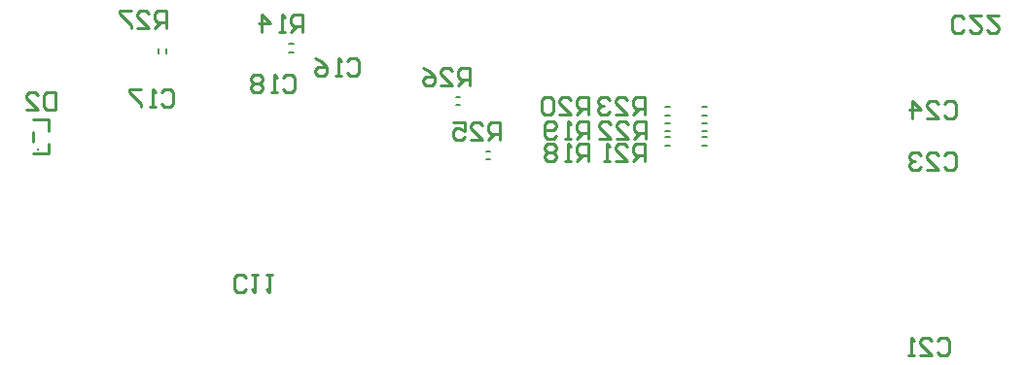
<source format=gbo>
G04 Layer_Color=32896*
%FSLAX25Y25*%
%MOIN*%
G70*
G01*
G75*
%ADD34C,0.00787*%
%ADD51C,0.01000*%
%ADD53C,0.01000*%
D34*
X338779Y317323D02*
X340354D01*
X338779Y314567D02*
X340354D01*
X325984Y317323D02*
X327559D01*
X325984Y314567D02*
X327559D01*
X264469Y302067D02*
X266043D01*
X264469Y299311D02*
X266043D01*
X254134Y320768D02*
X255709D01*
X254134Y318012D02*
X255709D01*
X197047Y338976D02*
X198622D01*
X197047Y336221D02*
X198622D01*
X338779Y306988D02*
X340354D01*
X338779Y304232D02*
X340354D01*
X152165Y335827D02*
Y337402D01*
X154921Y335827D02*
Y337402D01*
X338779Y311910D02*
X340354D01*
X338779Y309154D02*
X340354D01*
X325984Y311910D02*
X327559D01*
X325984Y309154D02*
X327559D01*
X325984Y306988D02*
X327559D01*
X325984Y304232D02*
X327559D01*
D51*
X110925Y302953D02*
D03*
D53*
X109153Y305512D02*
Y308661D01*
X114665Y301378D02*
Y304921D01*
X109153Y301378D02*
X114665D01*
Y309252D02*
Y312992D01*
X109153D02*
X114665D01*
X194820Y327341D02*
X195820Y328341D01*
X197819D01*
X198819Y327341D01*
Y323342D01*
X197819Y322342D01*
X195820D01*
X194820Y323342D01*
X192821Y322342D02*
X190822D01*
X191821D01*
Y328341D01*
X192821Y327341D01*
X187822D02*
X186823Y328341D01*
X184823D01*
X183824Y327341D01*
Y326341D01*
X184823Y325342D01*
X183824Y324342D01*
Y323342D01*
X184823Y322342D01*
X186823D01*
X187822Y323342D01*
Y324342D01*
X186823Y325342D01*
X187822Y326341D01*
Y327341D01*
X186823Y325342D02*
X184823D01*
X216966Y333246D02*
X217966Y334246D01*
X219965D01*
X220965Y333246D01*
Y329248D01*
X219965Y328248D01*
X217966D01*
X216966Y329248D01*
X214967Y328248D02*
X212967D01*
X213967D01*
Y334246D01*
X214967Y333246D01*
X205969Y334246D02*
X207969Y333246D01*
X209968Y331247D01*
Y329248D01*
X208968Y328248D01*
X206969D01*
X205969Y329248D01*
Y330247D01*
X206969Y331247D01*
X209968D01*
X428211Y343919D02*
X427212Y342919D01*
X425212D01*
X424213Y343919D01*
Y347918D01*
X425212Y348917D01*
X427212D01*
X428211Y347918D01*
X434209Y348917D02*
X430211D01*
X434209Y344919D01*
Y343919D01*
X433210Y342919D01*
X431210D01*
X430211Y343919D01*
X440207Y348917D02*
X436209D01*
X440207Y344919D01*
Y343919D01*
X439208Y342919D01*
X437208D01*
X436209Y343919D01*
X154929Y344579D02*
Y350577D01*
X151930D01*
X150930Y349577D01*
Y347578D01*
X151930Y346578D01*
X154929D01*
X152930D02*
X150930Y344579D01*
X144932D02*
X148931D01*
X144932Y348577D01*
Y349577D01*
X145932Y350577D01*
X147931D01*
X148931Y349577D01*
X142933Y350577D02*
X138934D01*
Y349577D01*
X142933Y345578D01*
Y344579D01*
X258800Y324800D02*
Y330798D01*
X255801D01*
X254801Y329798D01*
Y327799D01*
X255801Y326799D01*
X258800D01*
X256801D02*
X254801Y324800D01*
X248803D02*
X252802D01*
X248803Y328799D01*
Y329798D01*
X249803Y330798D01*
X251802D01*
X252802Y329798D01*
X242805Y330798D02*
X244805Y329798D01*
X246804Y327799D01*
Y325800D01*
X245804Y324800D01*
X243805D01*
X242805Y325800D01*
Y326799D01*
X243805Y327799D01*
X246804D01*
X269171Y306092D02*
Y312090D01*
X266172D01*
X265172Y311090D01*
Y309091D01*
X266172Y308091D01*
X269171D01*
X267172D02*
X265172Y306092D01*
X259174D02*
X263173D01*
X259174Y310091D01*
Y311090D01*
X260174Y312090D01*
X262173D01*
X263173Y311090D01*
X253176Y312090D02*
X257175D01*
Y309091D01*
X255175Y310091D01*
X254176D01*
X253176Y309091D01*
Y307092D01*
X254176Y306092D01*
X256175D01*
X257175Y307092D01*
X201708Y342969D02*
Y348967D01*
X198709D01*
X197709Y347967D01*
Y345968D01*
X198709Y344968D01*
X201708D01*
X199708D02*
X197709Y342969D01*
X195710D02*
X193710D01*
X194710D01*
Y348967D01*
X195710Y347967D01*
X187712Y342969D02*
Y348967D01*
X190711Y345968D01*
X186713D01*
X153350Y322485D02*
X154350Y323485D01*
X156349D01*
X157349Y322485D01*
Y318487D01*
X156349Y317487D01*
X154350D01*
X153350Y318487D01*
X151351Y317487D02*
X149351D01*
X150351D01*
Y323485D01*
X151351Y322485D01*
X146352Y323485D02*
X142353D01*
Y322485D01*
X146352Y318487D01*
Y317487D01*
X182148Y254844D02*
X181149Y253844D01*
X179149D01*
X178150Y254844D01*
Y258843D01*
X179149Y259842D01*
X181149D01*
X182148Y258843D01*
X184148Y259842D02*
X186147D01*
X185147D01*
Y253844D01*
X184148Y254844D01*
X189146Y259842D02*
X191145D01*
X190146D01*
Y253844D01*
X189146Y254844D01*
X299705Y298721D02*
Y304718D01*
X296706D01*
X295706Y303719D01*
Y301719D01*
X296706Y300720D01*
X299705D01*
X297705D02*
X295706Y298721D01*
X293707D02*
X291707D01*
X292707D01*
Y304718D01*
X293707Y303719D01*
X288708D02*
X287709Y304718D01*
X285709D01*
X284710Y303719D01*
Y302719D01*
X285709Y301719D01*
X284710Y300720D01*
Y299720D01*
X285709Y298721D01*
X287709D01*
X288708Y299720D01*
Y300720D01*
X287709Y301719D01*
X288708Y302719D01*
Y303719D01*
X287709Y301719D02*
X285709D01*
X318898Y298721D02*
Y304718D01*
X315899D01*
X314899Y303719D01*
Y301719D01*
X315899Y300720D01*
X318898D01*
X316898D02*
X314899Y298721D01*
X308901D02*
X312900D01*
X308901Y302719D01*
Y303719D01*
X309901Y304718D01*
X311900D01*
X312900Y303719D01*
X306902Y298721D02*
X304902D01*
X305902D01*
Y304718D01*
X306902Y303719D01*
X299705Y306594D02*
Y312593D01*
X296706D01*
X295706Y311593D01*
Y309594D01*
X296706Y308594D01*
X299705D01*
X297705D02*
X295706Y306594D01*
X293707D02*
X291707D01*
X292707D01*
Y312593D01*
X293707Y311593D01*
X288708Y307594D02*
X287709Y306594D01*
X285709D01*
X284710Y307594D01*
Y311593D01*
X285709Y312593D01*
X287709D01*
X288708Y311593D01*
Y310593D01*
X287709Y309594D01*
X284710D01*
X319390Y306594D02*
Y312593D01*
X316391D01*
X315391Y311593D01*
Y309594D01*
X316391Y308594D01*
X319390D01*
X317390D02*
X315391Y306594D01*
X309393D02*
X313392D01*
X309393Y310593D01*
Y311593D01*
X310393Y312593D01*
X312392D01*
X313392Y311593D01*
X303395Y306594D02*
X307394D01*
X303395Y310593D01*
Y311593D01*
X304395Y312593D01*
X306394D01*
X307394Y311593D01*
X299705Y314961D02*
Y320959D01*
X296706D01*
X295706Y319959D01*
Y317960D01*
X296706Y316960D01*
X299705D01*
X297705D02*
X295706Y314961D01*
X289708D02*
X293707D01*
X289708Y318959D01*
Y319959D01*
X290708Y320959D01*
X292707D01*
X293707Y319959D01*
X287709D02*
X286709Y320959D01*
X284710D01*
X283710Y319959D01*
Y315960D01*
X284710Y314961D01*
X286709D01*
X287709Y315960D01*
Y319959D01*
X318878Y314871D02*
Y320869D01*
X315879D01*
X314879Y319869D01*
Y317870D01*
X315879Y316870D01*
X318878D01*
X316879D02*
X314879Y314871D01*
X308881D02*
X312880D01*
X308881Y318870D01*
Y319869D01*
X309881Y320869D01*
X311880D01*
X312880Y319869D01*
X306882D02*
X305882Y320869D01*
X303883D01*
X302883Y319869D01*
Y318870D01*
X303883Y317870D01*
X304883D01*
X303883D01*
X302883Y316870D01*
Y315871D01*
X303883Y314871D01*
X305882D01*
X306882Y315871D01*
X116810Y322484D02*
Y316486D01*
X113811D01*
X112812Y317485D01*
Y321484D01*
X113811Y322484D01*
X116810D01*
X106814Y316486D02*
X110812D01*
X106814Y320484D01*
Y321484D01*
X107813Y322484D01*
X109812D01*
X110812Y321484D01*
X421690Y300766D02*
X422690Y301766D01*
X424689D01*
X425689Y300766D01*
Y296767D01*
X424689Y295768D01*
X422690D01*
X421690Y296767D01*
X415692Y295768D02*
X419691D01*
X415692Y299766D01*
Y300766D01*
X416692Y301766D01*
X418691D01*
X419691Y300766D01*
X413693D02*
X412693Y301766D01*
X410694D01*
X409694Y300766D01*
Y299766D01*
X410694Y298767D01*
X411693D01*
X410694D01*
X409694Y297767D01*
Y296767D01*
X410694Y295768D01*
X412693D01*
X413693Y296767D01*
X419230Y237282D02*
X420229Y238281D01*
X422229D01*
X423228Y237282D01*
Y233283D01*
X422229Y232283D01*
X420229D01*
X419230Y233283D01*
X413232Y232283D02*
X417230D01*
X413232Y236282D01*
Y237282D01*
X414231Y238281D01*
X416231D01*
X417230Y237282D01*
X411232Y232283D02*
X409233D01*
X410232D01*
Y238281D01*
X411232Y237282D01*
X421690Y318483D02*
X422690Y319482D01*
X424689D01*
X425689Y318483D01*
Y314484D01*
X424689Y313484D01*
X422690D01*
X421690Y314484D01*
X415692Y313484D02*
X419691D01*
X415692Y317483D01*
Y318483D01*
X416692Y319482D01*
X418691D01*
X419691Y318483D01*
X410694Y313484D02*
Y319482D01*
X413693Y316483D01*
X409694D01*
M02*

</source>
